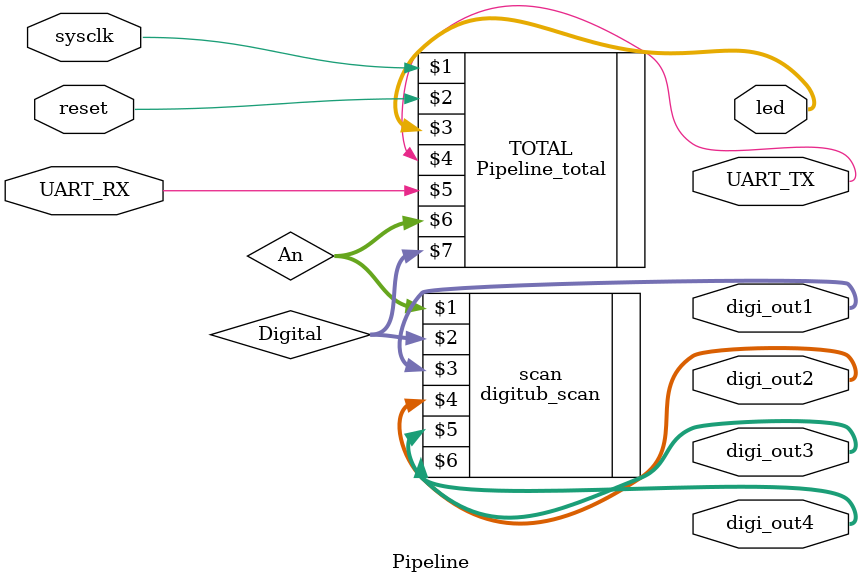
<source format=v>
module Pipeline(sysclk,reset,led,digi_out1,digi_out2,digi_out3,digi_out4,UART_RX,UART_TX);
  input sysclk,reset,UART_RX;
  output UART_TX;
  output[7:0] led;
  output [6:0] digi_out1,digi_out2,digi_out3,digi_out4;
  wire[7:0] An,Digital;
  
  Pipeline_total TOTAL(sysclk,reset,led,UART_TX,UART_RX,An,Digital);
  digitub_scan scan(An,Digital,digi_out1,digi_out2,digi_out3,digi_out4);
  
endmodule
</source>
